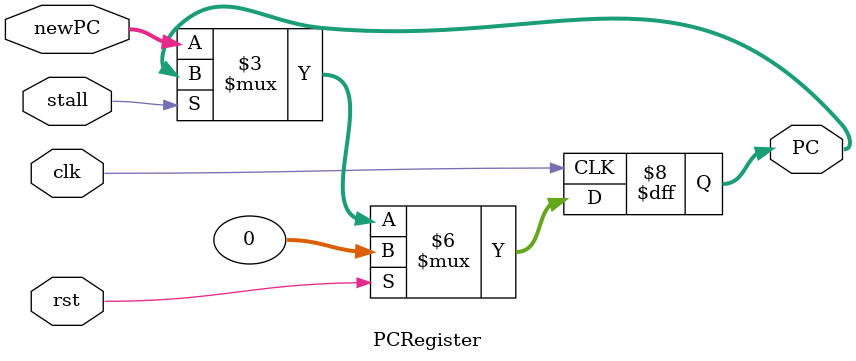
<source format=v>
module PCRegister (
    input clk,
    input rst,
    input stall,
    input [31:0] newPC,
    output reg [31:0] PC
);

always @ (posedge clk)
begin
    if (rst)
    begin
        PC <= 32'b0;
    end
    else
    if (stall)
    begin
        PC <= PC;
    end
    else
    begin
        PC <= newPC;
    end
end
    
endmodule
</source>
